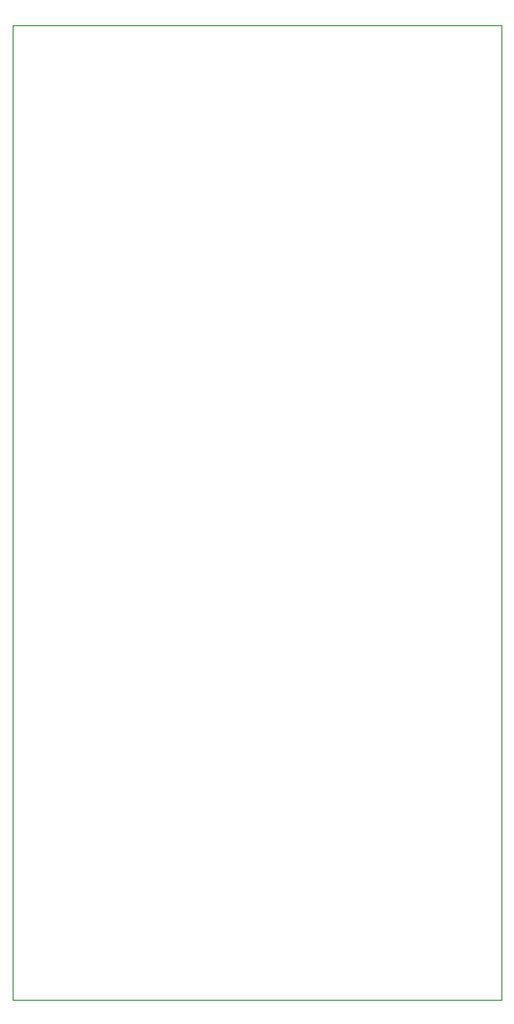
<source format=gm1>
G04 #@! TF.GenerationSoftware,KiCad,Pcbnew,(5.1.7)-1*
G04 #@! TF.CreationDate,2020-10-01T12:01:25-04:00*
G04 #@! TF.ProjectId,raspberry-pi-ir-hat,72617370-6265-4727-9279-2d70692d6972,rev?*
G04 #@! TF.SameCoordinates,Original*
G04 #@! TF.FileFunction,Profile,NP*
%FSLAX46Y46*%
G04 Gerber Fmt 4.6, Leading zero omitted, Abs format (unit mm)*
G04 Created by KiCad (PCBNEW (5.1.7)-1) date 2020-10-01 12:01:25*
%MOMM*%
%LPD*%
G01*
G04 APERTURE LIST*
G04 #@! TA.AperFunction,Profile*
%ADD10C,0.050000*%
G04 #@! TD*
G04 APERTURE END LIST*
D10*
X106000000Y-76000000D02*
X148700000Y-76000000D01*
X106000000Y-161000000D02*
X106000000Y-76000000D01*
X106000000Y-161000000D02*
X148700000Y-161000000D01*
X148700000Y-76000000D02*
X148700000Y-161000000D01*
M02*

</source>
